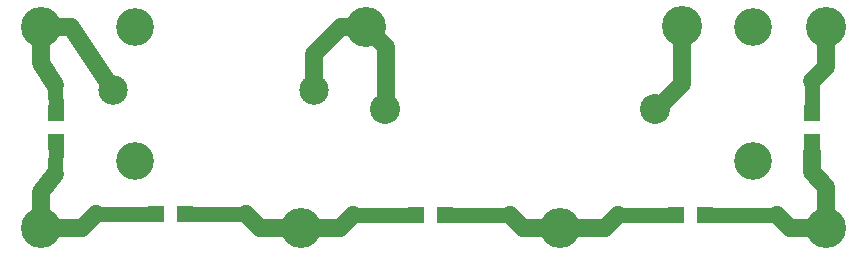
<source format=gtl>
%FSLAX34Y34*%
G04 Gerber Fmt 3.4, Leading zero omitted, Abs format*
G04 (created by PCBNEW (2014-01-19 BZR 4624)-product) date 5/23/2014 12:26:44 AM*
%MOIN*%
G01*
G70*
G90*
G04 APERTURE LIST*
%ADD10C,0.005906*%
%ADD11C,0.133858*%
%ADD12C,0.098425*%
%ADD13C,0.100000*%
%ADD14C,0.125984*%
%ADD15R,0.053150X0.055118*%
%ADD16R,0.055118X0.053150*%
%ADD17C,0.059055*%
%ADD18C,0.051181*%
G04 APERTURE END LIST*
G54D10*
G54D11*
X33858Y-7480D03*
X33858Y-14173D03*
X25000Y-14173D03*
X16338Y-14173D03*
X7677Y-14173D03*
X7677Y-7480D03*
X18503Y-7480D03*
G54D12*
X16771Y-9566D03*
X10078Y-9566D03*
G54D13*
X28161Y-10196D03*
X19161Y-10196D03*
G54D14*
X10826Y-11929D03*
X10826Y-7480D03*
X31417Y-7480D03*
X31417Y-11929D03*
G54D15*
X33385Y-10354D03*
X33385Y-11299D03*
G54D16*
X29803Y-13740D03*
X28858Y-13740D03*
X21141Y-13740D03*
X20196Y-13740D03*
X12480Y-13720D03*
X11535Y-13720D03*
G54D15*
X8188Y-10354D03*
X8188Y-11299D03*
G54D11*
X29055Y-7440D03*
G54D17*
X33858Y-7480D02*
X33858Y-8818D01*
G54D18*
X33385Y-9291D02*
X33385Y-10354D01*
G54D17*
X33858Y-8818D02*
X33385Y-9291D01*
G54D18*
X33385Y-11299D02*
X33385Y-11653D01*
G54D17*
X33385Y-12322D02*
X33858Y-12795D01*
X33858Y-12795D02*
X33858Y-14173D01*
X33385Y-11653D02*
X33385Y-12322D01*
X33858Y-14173D02*
X32637Y-14173D01*
G54D18*
X32204Y-13740D02*
X29803Y-13740D01*
G54D17*
X32637Y-14173D02*
X32204Y-13740D01*
X25000Y-14173D02*
X23759Y-14173D01*
G54D18*
X23326Y-13740D02*
X21141Y-13740D01*
G54D17*
X23759Y-14173D02*
X23326Y-13740D01*
X25000Y-14173D02*
X26476Y-14173D01*
G54D18*
X26909Y-13740D02*
X28858Y-13740D01*
G54D17*
X26476Y-14173D02*
X26909Y-13740D01*
X16338Y-14173D02*
X14980Y-14173D01*
G54D18*
X14527Y-13720D02*
X12480Y-13720D01*
G54D17*
X14980Y-14173D02*
X14527Y-13720D01*
X16338Y-14173D02*
X17637Y-14173D01*
G54D18*
X18070Y-13740D02*
X20196Y-13740D01*
G54D17*
X17637Y-14173D02*
X18070Y-13740D01*
X7677Y-14173D02*
X9055Y-14173D01*
G54D18*
X9507Y-13720D02*
X11535Y-13720D01*
G54D17*
X9055Y-14173D02*
X9507Y-13720D01*
X7677Y-14173D02*
X7677Y-12992D01*
G54D18*
X8149Y-12362D02*
X8188Y-11299D01*
G54D17*
X7677Y-12992D02*
X8149Y-12362D01*
X7677Y-7480D02*
X8700Y-7480D01*
X8700Y-7480D02*
X10078Y-9566D01*
G54D18*
X8188Y-10354D02*
X8149Y-9409D01*
G54D17*
X7677Y-8661D02*
X7677Y-7480D01*
X8149Y-9409D02*
X7677Y-8661D01*
X18503Y-7480D02*
X19173Y-8149D01*
X19173Y-10185D02*
X19161Y-10196D01*
X19173Y-8149D02*
X19173Y-10185D01*
X18503Y-7480D02*
X17677Y-7480D01*
X16771Y-8385D02*
X16771Y-9566D01*
X17677Y-7480D02*
X16771Y-8385D01*
X28161Y-10196D02*
X28228Y-10196D01*
X29055Y-9370D02*
X29055Y-7440D01*
X28228Y-10196D02*
X29055Y-9370D01*
M02*

</source>
